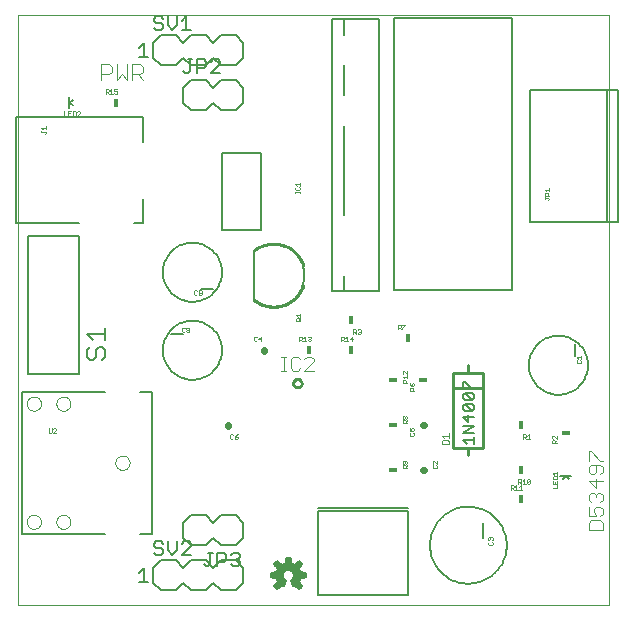
<source format=gto>
G75*
G70*
%OFA0B0*%
%FSLAX24Y24*%
%IPPOS*%
%LPD*%
%AMOC8*
5,1,8,0,0,1.08239X$1,22.5*
%
%ADD10C,0.0000*%
%ADD11C,0.0040*%
%ADD12C,0.0100*%
%ADD13C,0.0080*%
%ADD14C,0.0010*%
%ADD15C,0.0020*%
%ADD16R,0.0180X0.0300*%
%ADD17C,0.0050*%
%ADD18R,0.0300X0.0180*%
%ADD19C,0.0220*%
%ADD20C,0.0060*%
%ADD21C,0.0070*%
%ADD22C,0.0059*%
D10*
X001750Y000100D02*
X001750Y019785D01*
X021435Y019785D01*
X021435Y000100D01*
X001750Y000100D01*
X002030Y002881D02*
X002032Y002911D01*
X002038Y002941D01*
X002047Y002970D01*
X002060Y002997D01*
X002077Y003022D01*
X002096Y003045D01*
X002119Y003066D01*
X002144Y003083D01*
X002170Y003097D01*
X002199Y003107D01*
X002228Y003114D01*
X002258Y003117D01*
X002289Y003116D01*
X002319Y003111D01*
X002348Y003102D01*
X002375Y003090D01*
X002401Y003075D01*
X002425Y003056D01*
X002446Y003034D01*
X002464Y003010D01*
X002479Y002983D01*
X002490Y002955D01*
X002498Y002926D01*
X002502Y002896D01*
X002502Y002866D01*
X002498Y002836D01*
X002490Y002807D01*
X002479Y002779D01*
X002464Y002752D01*
X002446Y002728D01*
X002425Y002706D01*
X002401Y002687D01*
X002375Y002672D01*
X002348Y002660D01*
X002319Y002651D01*
X002289Y002646D01*
X002258Y002645D01*
X002228Y002648D01*
X002199Y002655D01*
X002170Y002665D01*
X002144Y002679D01*
X002119Y002696D01*
X002096Y002717D01*
X002077Y002740D01*
X002060Y002765D01*
X002047Y002792D01*
X002038Y002821D01*
X002032Y002851D01*
X002030Y002881D01*
X003014Y002881D02*
X003016Y002911D01*
X003022Y002941D01*
X003031Y002970D01*
X003044Y002997D01*
X003061Y003022D01*
X003080Y003045D01*
X003103Y003066D01*
X003128Y003083D01*
X003154Y003097D01*
X003183Y003107D01*
X003212Y003114D01*
X003242Y003117D01*
X003273Y003116D01*
X003303Y003111D01*
X003332Y003102D01*
X003359Y003090D01*
X003385Y003075D01*
X003409Y003056D01*
X003430Y003034D01*
X003448Y003010D01*
X003463Y002983D01*
X003474Y002955D01*
X003482Y002926D01*
X003486Y002896D01*
X003486Y002866D01*
X003482Y002836D01*
X003474Y002807D01*
X003463Y002779D01*
X003448Y002752D01*
X003430Y002728D01*
X003409Y002706D01*
X003385Y002687D01*
X003359Y002672D01*
X003332Y002660D01*
X003303Y002651D01*
X003273Y002646D01*
X003242Y002645D01*
X003212Y002648D01*
X003183Y002655D01*
X003154Y002665D01*
X003128Y002679D01*
X003103Y002696D01*
X003080Y002717D01*
X003061Y002740D01*
X003044Y002765D01*
X003031Y002792D01*
X003022Y002821D01*
X003016Y002851D01*
X003014Y002881D01*
X004983Y004850D02*
X004985Y004880D01*
X004991Y004910D01*
X005000Y004939D01*
X005013Y004966D01*
X005030Y004991D01*
X005049Y005014D01*
X005072Y005035D01*
X005097Y005052D01*
X005123Y005066D01*
X005152Y005076D01*
X005181Y005083D01*
X005211Y005086D01*
X005242Y005085D01*
X005272Y005080D01*
X005301Y005071D01*
X005328Y005059D01*
X005354Y005044D01*
X005378Y005025D01*
X005399Y005003D01*
X005417Y004979D01*
X005432Y004952D01*
X005443Y004924D01*
X005451Y004895D01*
X005455Y004865D01*
X005455Y004835D01*
X005451Y004805D01*
X005443Y004776D01*
X005432Y004748D01*
X005417Y004721D01*
X005399Y004697D01*
X005378Y004675D01*
X005354Y004656D01*
X005328Y004641D01*
X005301Y004629D01*
X005272Y004620D01*
X005242Y004615D01*
X005211Y004614D01*
X005181Y004617D01*
X005152Y004624D01*
X005123Y004634D01*
X005097Y004648D01*
X005072Y004665D01*
X005049Y004686D01*
X005030Y004709D01*
X005013Y004734D01*
X005000Y004761D01*
X004991Y004790D01*
X004985Y004820D01*
X004983Y004850D01*
X003014Y006819D02*
X003016Y006849D01*
X003022Y006879D01*
X003031Y006908D01*
X003044Y006935D01*
X003061Y006960D01*
X003080Y006983D01*
X003103Y007004D01*
X003128Y007021D01*
X003154Y007035D01*
X003183Y007045D01*
X003212Y007052D01*
X003242Y007055D01*
X003273Y007054D01*
X003303Y007049D01*
X003332Y007040D01*
X003359Y007028D01*
X003385Y007013D01*
X003409Y006994D01*
X003430Y006972D01*
X003448Y006948D01*
X003463Y006921D01*
X003474Y006893D01*
X003482Y006864D01*
X003486Y006834D01*
X003486Y006804D01*
X003482Y006774D01*
X003474Y006745D01*
X003463Y006717D01*
X003448Y006690D01*
X003430Y006666D01*
X003409Y006644D01*
X003385Y006625D01*
X003359Y006610D01*
X003332Y006598D01*
X003303Y006589D01*
X003273Y006584D01*
X003242Y006583D01*
X003212Y006586D01*
X003183Y006593D01*
X003154Y006603D01*
X003128Y006617D01*
X003103Y006634D01*
X003080Y006655D01*
X003061Y006678D01*
X003044Y006703D01*
X003031Y006730D01*
X003022Y006759D01*
X003016Y006789D01*
X003014Y006819D01*
X002030Y006819D02*
X002032Y006849D01*
X002038Y006879D01*
X002047Y006908D01*
X002060Y006935D01*
X002077Y006960D01*
X002096Y006983D01*
X002119Y007004D01*
X002144Y007021D01*
X002170Y007035D01*
X002199Y007045D01*
X002228Y007052D01*
X002258Y007055D01*
X002289Y007054D01*
X002319Y007049D01*
X002348Y007040D01*
X002375Y007028D01*
X002401Y007013D01*
X002425Y006994D01*
X002446Y006972D01*
X002464Y006948D01*
X002479Y006921D01*
X002490Y006893D01*
X002498Y006864D01*
X002502Y006834D01*
X002502Y006804D01*
X002498Y006774D01*
X002490Y006745D01*
X002479Y006717D01*
X002464Y006690D01*
X002446Y006666D01*
X002425Y006644D01*
X002401Y006625D01*
X002375Y006610D01*
X002348Y006598D01*
X002319Y006589D01*
X002289Y006584D01*
X002258Y006583D01*
X002228Y006586D01*
X002199Y006593D01*
X002170Y006603D01*
X002144Y006617D01*
X002119Y006634D01*
X002096Y006655D01*
X002077Y006678D01*
X002060Y006703D01*
X002047Y006730D01*
X002038Y006759D01*
X002032Y006789D01*
X002030Y006819D01*
D11*
X010520Y007920D02*
X010673Y007920D01*
X010597Y007920D02*
X010597Y008380D01*
X010673Y008380D02*
X010520Y008380D01*
X010827Y008304D02*
X010827Y007997D01*
X010904Y007920D01*
X011057Y007920D01*
X011134Y007997D01*
X011287Y007920D02*
X011594Y008227D01*
X011594Y008304D01*
X011518Y008380D01*
X011364Y008380D01*
X011287Y008304D01*
X011134Y008304D02*
X011057Y008380D01*
X010904Y008380D01*
X010827Y008304D01*
X011287Y007920D02*
X011594Y007920D01*
X020770Y005229D02*
X020770Y004922D01*
X020846Y004768D02*
X020770Y004692D01*
X020770Y004538D01*
X020846Y004462D01*
X020923Y004462D01*
X021000Y004538D01*
X021000Y004768D01*
X021153Y004768D02*
X020846Y004768D01*
X021153Y004768D02*
X021230Y004692D01*
X021230Y004538D01*
X021153Y004462D01*
X021000Y004308D02*
X021000Y004001D01*
X020770Y004231D01*
X021230Y004231D01*
X021153Y003848D02*
X021230Y003771D01*
X021230Y003618D01*
X021153Y003541D01*
X021153Y003387D02*
X021000Y003387D01*
X020923Y003311D01*
X020923Y003234D01*
X021000Y003080D01*
X020770Y003080D01*
X020770Y003387D01*
X020846Y003541D02*
X020770Y003618D01*
X020770Y003771D01*
X020846Y003848D01*
X020923Y003848D01*
X021000Y003771D01*
X021077Y003848D01*
X021153Y003848D01*
X021000Y003771D02*
X021000Y003694D01*
X021153Y003387D02*
X021230Y003311D01*
X021230Y003157D01*
X021153Y003080D01*
X021153Y002927D02*
X020846Y002927D01*
X020770Y002850D01*
X020770Y002620D01*
X021230Y002620D01*
X021230Y002850D01*
X021153Y002927D01*
X021153Y004922D02*
X021230Y004922D01*
X021153Y004922D02*
X020846Y005229D01*
X020770Y005229D01*
X005898Y017620D02*
X005725Y017793D01*
X005812Y017793D02*
X005551Y017793D01*
X005551Y017620D02*
X005551Y018140D01*
X005812Y018140D01*
X005898Y018054D01*
X005898Y017880D01*
X005812Y017793D01*
X005383Y017620D02*
X005383Y018140D01*
X005036Y018140D02*
X005036Y017620D01*
X005209Y017793D01*
X005383Y017620D01*
X004867Y017880D02*
X004867Y018054D01*
X004780Y018140D01*
X004520Y018140D01*
X004520Y017620D01*
X004520Y017793D02*
X004780Y017793D01*
X004867Y017880D01*
D12*
X010909Y007500D02*
X010911Y007523D01*
X010917Y007546D01*
X010926Y007567D01*
X010939Y007587D01*
X010955Y007604D01*
X010973Y007618D01*
X010993Y007629D01*
X011015Y007637D01*
X011038Y007641D01*
X011062Y007641D01*
X011085Y007637D01*
X011107Y007629D01*
X011127Y007618D01*
X011145Y007604D01*
X011161Y007587D01*
X011174Y007567D01*
X011183Y007546D01*
X011189Y007523D01*
X011191Y007500D01*
X011189Y007477D01*
X011183Y007454D01*
X011174Y007433D01*
X011161Y007413D01*
X011145Y007396D01*
X011127Y007382D01*
X011107Y007371D01*
X011085Y007363D01*
X011062Y007359D01*
X011038Y007359D01*
X011015Y007363D01*
X010993Y007371D01*
X010973Y007382D01*
X010955Y007396D01*
X010939Y007413D01*
X010926Y007433D01*
X010917Y007454D01*
X010911Y007477D01*
X010909Y007500D01*
X016250Y007350D02*
X016250Y005350D01*
X016750Y005350D01*
X016750Y005100D01*
X016750Y005350D02*
X017250Y005350D01*
X017250Y007350D01*
X016250Y007350D01*
X016250Y007850D01*
X016750Y007850D01*
X016750Y008100D01*
X016750Y007850D02*
X017250Y007850D01*
X017250Y007350D01*
D13*
X018766Y008100D02*
X018768Y008162D01*
X018774Y008225D01*
X018784Y008286D01*
X018798Y008347D01*
X018815Y008407D01*
X018836Y008466D01*
X018862Y008523D01*
X018890Y008578D01*
X018922Y008632D01*
X018958Y008683D01*
X018996Y008733D01*
X019038Y008779D01*
X019082Y008823D01*
X019130Y008864D01*
X019179Y008902D01*
X019231Y008936D01*
X019285Y008967D01*
X019341Y008995D01*
X019399Y009019D01*
X019458Y009040D01*
X019518Y009056D01*
X019579Y009069D01*
X019641Y009078D01*
X019703Y009083D01*
X019766Y009084D01*
X019828Y009081D01*
X019890Y009074D01*
X019952Y009063D01*
X020012Y009048D01*
X020072Y009030D01*
X020130Y009008D01*
X020187Y008982D01*
X020242Y008952D01*
X020295Y008919D01*
X020346Y008883D01*
X020394Y008844D01*
X020440Y008801D01*
X020483Y008756D01*
X020523Y008708D01*
X020560Y008658D01*
X020594Y008605D01*
X020625Y008551D01*
X020651Y008495D01*
X020675Y008437D01*
X020694Y008377D01*
X020710Y008317D01*
X020722Y008255D01*
X020730Y008194D01*
X020734Y008131D01*
X020734Y008069D01*
X020730Y008006D01*
X020722Y007945D01*
X020710Y007883D01*
X020694Y007823D01*
X020675Y007763D01*
X020651Y007705D01*
X020625Y007649D01*
X020594Y007595D01*
X020560Y007542D01*
X020523Y007492D01*
X020483Y007444D01*
X020440Y007399D01*
X020394Y007356D01*
X020346Y007317D01*
X020295Y007281D01*
X020242Y007248D01*
X020187Y007218D01*
X020130Y007192D01*
X020072Y007170D01*
X020012Y007152D01*
X019952Y007137D01*
X019890Y007126D01*
X019828Y007119D01*
X019766Y007116D01*
X019703Y007117D01*
X019641Y007122D01*
X019579Y007131D01*
X019518Y007144D01*
X019458Y007160D01*
X019399Y007181D01*
X019341Y007205D01*
X019285Y007233D01*
X019231Y007264D01*
X019179Y007298D01*
X019130Y007336D01*
X019082Y007377D01*
X019038Y007421D01*
X018996Y007467D01*
X018958Y007517D01*
X018922Y007568D01*
X018890Y007622D01*
X018862Y007677D01*
X018836Y007734D01*
X018815Y007793D01*
X018798Y007853D01*
X018784Y007914D01*
X018774Y007975D01*
X018768Y008038D01*
X018766Y008100D01*
X020300Y008400D02*
X020300Y008800D01*
X021356Y012880D02*
X018796Y012880D01*
X018796Y017289D01*
X021356Y017289D01*
X021356Y012880D01*
X021749Y012880D01*
X021749Y017289D01*
X021356Y017289D01*
X013787Y019628D02*
X013787Y010572D01*
X012606Y010572D01*
X012606Y011084D01*
X012606Y010572D02*
X012213Y010572D01*
X012213Y019628D01*
X012606Y019628D01*
X012606Y019116D01*
X012606Y019628D02*
X013787Y019628D01*
X012606Y018092D02*
X012606Y017108D01*
X012606Y016084D02*
X012606Y013092D01*
X011250Y010850D02*
X011234Y010789D01*
X011216Y010729D01*
X011194Y010671D01*
X011169Y010613D01*
X011141Y010557D01*
X011110Y010502D01*
X011076Y010450D01*
X011039Y010399D01*
X011000Y010350D01*
X011250Y010850D02*
X011262Y010916D01*
X011271Y010982D01*
X011276Y011048D01*
X011277Y011115D01*
X011274Y011182D01*
X011267Y011248D01*
X011257Y011314D01*
X011243Y011379D01*
X011225Y011444D01*
X011203Y011507D01*
X011177Y011569D01*
X011149Y011629D01*
X011116Y011687D01*
X011081Y011744D01*
X011042Y011798D01*
X011000Y011850D01*
X011250Y011350D02*
X011262Y011288D01*
X011270Y011226D01*
X011275Y011163D01*
X011277Y011100D01*
X011275Y011037D01*
X011270Y010974D01*
X011262Y010912D01*
X011250Y010850D01*
X009600Y010275D02*
X009600Y011925D01*
X009850Y012610D02*
X009850Y015190D01*
X008550Y015190D01*
X008550Y012610D01*
X009850Y012610D01*
X008250Y010650D02*
X007850Y010650D01*
X006566Y011200D02*
X006568Y011262D01*
X006574Y011325D01*
X006584Y011386D01*
X006598Y011447D01*
X006615Y011507D01*
X006636Y011566D01*
X006662Y011623D01*
X006690Y011678D01*
X006722Y011732D01*
X006758Y011783D01*
X006796Y011833D01*
X006838Y011879D01*
X006882Y011923D01*
X006930Y011964D01*
X006979Y012002D01*
X007031Y012036D01*
X007085Y012067D01*
X007141Y012095D01*
X007199Y012119D01*
X007258Y012140D01*
X007318Y012156D01*
X007379Y012169D01*
X007441Y012178D01*
X007503Y012183D01*
X007566Y012184D01*
X007628Y012181D01*
X007690Y012174D01*
X007752Y012163D01*
X007812Y012148D01*
X007872Y012130D01*
X007930Y012108D01*
X007987Y012082D01*
X008042Y012052D01*
X008095Y012019D01*
X008146Y011983D01*
X008194Y011944D01*
X008240Y011901D01*
X008283Y011856D01*
X008323Y011808D01*
X008360Y011758D01*
X008394Y011705D01*
X008425Y011651D01*
X008451Y011595D01*
X008475Y011537D01*
X008494Y011477D01*
X008510Y011417D01*
X008522Y011355D01*
X008530Y011294D01*
X008534Y011231D01*
X008534Y011169D01*
X008530Y011106D01*
X008522Y011045D01*
X008510Y010983D01*
X008494Y010923D01*
X008475Y010863D01*
X008451Y010805D01*
X008425Y010749D01*
X008394Y010695D01*
X008360Y010642D01*
X008323Y010592D01*
X008283Y010544D01*
X008240Y010499D01*
X008194Y010456D01*
X008146Y010417D01*
X008095Y010381D01*
X008042Y010348D01*
X007987Y010318D01*
X007930Y010292D01*
X007872Y010270D01*
X007812Y010252D01*
X007752Y010237D01*
X007690Y010226D01*
X007628Y010219D01*
X007566Y010216D01*
X007503Y010217D01*
X007441Y010222D01*
X007379Y010231D01*
X007318Y010244D01*
X007258Y010260D01*
X007199Y010281D01*
X007141Y010305D01*
X007085Y010333D01*
X007031Y010364D01*
X006979Y010398D01*
X006930Y010436D01*
X006882Y010477D01*
X006838Y010521D01*
X006796Y010567D01*
X006758Y010617D01*
X006722Y010668D01*
X006690Y010722D01*
X006662Y010777D01*
X006636Y010834D01*
X006615Y010893D01*
X006598Y010953D01*
X006584Y011014D01*
X006574Y011075D01*
X006568Y011138D01*
X006566Y011200D01*
X005894Y012828D02*
X005618Y012828D01*
X005894Y012828D02*
X005894Y013655D01*
X005894Y015545D02*
X005894Y016372D01*
X001681Y016372D01*
X001681Y012828D01*
X003768Y012828D01*
X003772Y012399D02*
X002059Y012399D01*
X002059Y007820D01*
X003772Y007820D01*
X003772Y012399D01*
X006850Y009150D02*
X007250Y009150D01*
X006566Y008600D02*
X006568Y008662D01*
X006574Y008725D01*
X006584Y008786D01*
X006598Y008847D01*
X006615Y008907D01*
X006636Y008966D01*
X006662Y009023D01*
X006690Y009078D01*
X006722Y009132D01*
X006758Y009183D01*
X006796Y009233D01*
X006838Y009279D01*
X006882Y009323D01*
X006930Y009364D01*
X006979Y009402D01*
X007031Y009436D01*
X007085Y009467D01*
X007141Y009495D01*
X007199Y009519D01*
X007258Y009540D01*
X007318Y009556D01*
X007379Y009569D01*
X007441Y009578D01*
X007503Y009583D01*
X007566Y009584D01*
X007628Y009581D01*
X007690Y009574D01*
X007752Y009563D01*
X007812Y009548D01*
X007872Y009530D01*
X007930Y009508D01*
X007987Y009482D01*
X008042Y009452D01*
X008095Y009419D01*
X008146Y009383D01*
X008194Y009344D01*
X008240Y009301D01*
X008283Y009256D01*
X008323Y009208D01*
X008360Y009158D01*
X008394Y009105D01*
X008425Y009051D01*
X008451Y008995D01*
X008475Y008937D01*
X008494Y008877D01*
X008510Y008817D01*
X008522Y008755D01*
X008530Y008694D01*
X008534Y008631D01*
X008534Y008569D01*
X008530Y008506D01*
X008522Y008445D01*
X008510Y008383D01*
X008494Y008323D01*
X008475Y008263D01*
X008451Y008205D01*
X008425Y008149D01*
X008394Y008095D01*
X008360Y008042D01*
X008323Y007992D01*
X008283Y007944D01*
X008240Y007899D01*
X008194Y007856D01*
X008146Y007817D01*
X008095Y007781D01*
X008042Y007748D01*
X007987Y007718D01*
X007930Y007692D01*
X007872Y007670D01*
X007812Y007652D01*
X007752Y007637D01*
X007690Y007626D01*
X007628Y007619D01*
X007566Y007616D01*
X007503Y007617D01*
X007441Y007622D01*
X007379Y007631D01*
X007318Y007644D01*
X007258Y007660D01*
X007199Y007681D01*
X007141Y007705D01*
X007085Y007733D01*
X007031Y007764D01*
X006979Y007798D01*
X006930Y007836D01*
X006882Y007877D01*
X006838Y007921D01*
X006796Y007967D01*
X006758Y008017D01*
X006722Y008068D01*
X006690Y008122D01*
X006662Y008177D01*
X006636Y008234D01*
X006615Y008293D01*
X006598Y008353D01*
X006584Y008414D01*
X006574Y008475D01*
X006568Y008538D01*
X006566Y008600D01*
X006203Y007212D02*
X005809Y007212D01*
X006203Y007212D02*
X006203Y002488D01*
X005809Y002488D01*
X004628Y002488D02*
X001872Y002488D01*
X001872Y007212D01*
X004628Y007212D01*
X007500Y003100D02*
X008000Y003100D01*
X008250Y002850D01*
X008500Y003100D01*
X009000Y003100D01*
X009250Y002850D01*
X009250Y002350D01*
X009000Y002100D01*
X008500Y002100D01*
X008250Y002350D01*
X008000Y002100D01*
X007500Y002100D01*
X007250Y002350D01*
X007250Y002850D01*
X007500Y003100D01*
X015470Y002100D02*
X015472Y002171D01*
X015478Y002242D01*
X015488Y002313D01*
X015502Y002382D01*
X015519Y002451D01*
X015541Y002519D01*
X015566Y002586D01*
X015595Y002651D01*
X015627Y002714D01*
X015663Y002776D01*
X015702Y002835D01*
X015745Y002892D01*
X015790Y002947D01*
X015839Y002999D01*
X015890Y003048D01*
X015944Y003094D01*
X016001Y003138D01*
X016059Y003178D01*
X016120Y003214D01*
X016183Y003248D01*
X016248Y003277D01*
X016314Y003303D01*
X016382Y003326D01*
X016450Y003344D01*
X016520Y003359D01*
X016590Y003370D01*
X016661Y003377D01*
X016732Y003380D01*
X016803Y003379D01*
X016874Y003374D01*
X016945Y003365D01*
X017015Y003352D01*
X017084Y003336D01*
X017152Y003315D01*
X017219Y003291D01*
X017285Y003263D01*
X017348Y003231D01*
X017410Y003196D01*
X017470Y003158D01*
X017528Y003116D01*
X017583Y003072D01*
X017636Y003024D01*
X017686Y002973D01*
X017733Y002920D01*
X017777Y002864D01*
X017818Y002806D01*
X017856Y002745D01*
X017890Y002683D01*
X017920Y002618D01*
X017947Y002553D01*
X017971Y002485D01*
X017990Y002417D01*
X018006Y002348D01*
X018018Y002277D01*
X018026Y002207D01*
X018030Y002136D01*
X018030Y002064D01*
X018026Y001993D01*
X018018Y001923D01*
X018006Y001852D01*
X017990Y001783D01*
X017971Y001715D01*
X017947Y001647D01*
X017920Y001582D01*
X017890Y001517D01*
X017856Y001455D01*
X017818Y001394D01*
X017777Y001336D01*
X017733Y001280D01*
X017686Y001227D01*
X017636Y001176D01*
X017583Y001128D01*
X017528Y001084D01*
X017470Y001042D01*
X017410Y001004D01*
X017348Y000969D01*
X017285Y000937D01*
X017219Y000909D01*
X017152Y000885D01*
X017084Y000864D01*
X017015Y000848D01*
X016945Y000835D01*
X016874Y000826D01*
X016803Y000821D01*
X016732Y000820D01*
X016661Y000823D01*
X016590Y000830D01*
X016520Y000841D01*
X016450Y000856D01*
X016382Y000874D01*
X016314Y000897D01*
X016248Y000923D01*
X016183Y000952D01*
X016120Y000986D01*
X016059Y001022D01*
X016001Y001062D01*
X015944Y001106D01*
X015890Y001152D01*
X015839Y001201D01*
X015790Y001253D01*
X015745Y001308D01*
X015702Y001365D01*
X015663Y001424D01*
X015627Y001486D01*
X015595Y001549D01*
X015566Y001614D01*
X015541Y001681D01*
X015519Y001749D01*
X015502Y001818D01*
X015488Y001887D01*
X015478Y001958D01*
X015472Y002029D01*
X015470Y002100D01*
X017250Y002350D02*
X017250Y002850D01*
X019819Y004417D02*
X020000Y004417D01*
X020092Y004295D01*
X020181Y004417D02*
X020000Y004417D01*
X019990Y004411D02*
X019914Y004295D01*
X009000Y016600D02*
X008500Y016600D01*
X008250Y016850D01*
X008000Y016600D01*
X007500Y016600D01*
X007250Y016850D01*
X007250Y017350D01*
X007500Y017600D01*
X008000Y017600D01*
X008250Y017350D01*
X008500Y017600D01*
X009000Y017600D01*
X009250Y017350D01*
X009250Y016850D01*
X009000Y016600D01*
X003555Y016764D02*
X003439Y016840D01*
X003433Y016850D02*
X003555Y016942D01*
X003433Y017031D02*
X003433Y016850D01*
X003433Y016669D01*
D14*
X003413Y016570D02*
X003413Y016420D01*
X003513Y016420D01*
X003560Y016420D02*
X003635Y016420D01*
X003660Y016445D01*
X003660Y016545D01*
X003635Y016570D01*
X003560Y016570D01*
X003560Y016420D01*
X003463Y016495D02*
X003413Y016495D01*
X003413Y016570D02*
X003513Y016570D01*
X003708Y016545D02*
X003733Y016570D01*
X003783Y016570D01*
X003808Y016545D01*
X003808Y016520D01*
X003708Y016420D01*
X003808Y016420D01*
X003366Y016420D02*
X003266Y016420D01*
X003266Y016570D01*
X002655Y016058D02*
X002655Y015958D01*
X002655Y016008D02*
X002505Y016008D01*
X002555Y015958D01*
X002505Y015910D02*
X002505Y015860D01*
X002505Y015885D02*
X002630Y015885D01*
X002655Y015860D01*
X002655Y015835D01*
X002630Y015810D01*
X004655Y017155D02*
X004655Y017305D01*
X004730Y017305D01*
X004755Y017280D01*
X004755Y017230D01*
X004730Y017205D01*
X004655Y017205D01*
X004705Y017205D02*
X004755Y017155D01*
X004802Y017155D02*
X004902Y017155D01*
X004852Y017155D02*
X004852Y017305D01*
X004802Y017255D01*
X004950Y017230D02*
X005000Y017255D01*
X005025Y017255D01*
X005050Y017230D01*
X005050Y017180D01*
X005025Y017155D01*
X004975Y017155D01*
X004950Y017180D01*
X004950Y017230D02*
X004950Y017305D01*
X005050Y017305D01*
X010980Y014133D02*
X011130Y014133D01*
X011130Y014083D02*
X011130Y014183D01*
X011030Y014083D02*
X010980Y014133D01*
X011005Y014035D02*
X010980Y014010D01*
X010980Y013960D01*
X011005Y013935D01*
X011105Y013935D01*
X011130Y013960D01*
X011130Y014010D01*
X011105Y014035D01*
X011130Y013887D02*
X011130Y013837D01*
X011130Y013862D02*
X010980Y013862D01*
X010980Y013837D02*
X010980Y013887D01*
X011285Y011424D02*
X011218Y011404D01*
X011198Y011462D01*
X011175Y011518D01*
X011148Y011573D01*
X011118Y011626D01*
X011084Y011678D01*
X011048Y011727D01*
X011009Y011774D01*
X010967Y011818D01*
X010922Y011860D01*
X010875Y011900D01*
X010826Y011936D01*
X010775Y011969D01*
X010721Y011999D01*
X010666Y012026D01*
X010610Y012049D01*
X010552Y012069D01*
X010493Y012085D01*
X010433Y012098D01*
X010373Y012108D01*
X010312Y012113D01*
X010251Y012115D01*
X010189Y012113D01*
X010128Y012108D01*
X010068Y012099D01*
X010008Y012086D01*
X009949Y012069D01*
X009891Y012050D01*
X009835Y012026D01*
X009780Y011999D01*
X009726Y011970D01*
X009675Y011936D01*
X009626Y011900D01*
X009583Y011955D01*
X009582Y011955D01*
X009635Y011994D01*
X009690Y012029D01*
X009747Y012061D01*
X009806Y012090D01*
X009866Y012115D01*
X009928Y012136D01*
X009991Y012154D01*
X010055Y012167D01*
X010120Y012177D01*
X010185Y012183D01*
X010251Y012185D01*
X010316Y012183D01*
X010381Y012177D01*
X010446Y012167D01*
X010510Y012153D01*
X010573Y012136D01*
X010635Y012115D01*
X010695Y012090D01*
X010754Y012061D01*
X010811Y012029D01*
X010866Y011993D01*
X010919Y011955D01*
X010969Y011913D01*
X011016Y011868D01*
X011061Y011820D01*
X011103Y011770D01*
X011142Y011717D01*
X011178Y011663D01*
X011210Y011606D01*
X011239Y011547D01*
X011264Y011486D01*
X011285Y011425D01*
X011277Y011422D01*
X011255Y011483D01*
X011230Y011543D01*
X011202Y011601D01*
X011170Y011658D01*
X011135Y011712D01*
X011096Y011765D01*
X011055Y011814D01*
X011010Y011862D01*
X010963Y011906D01*
X010913Y011947D01*
X010861Y011986D01*
X010806Y012021D01*
X010750Y012053D01*
X010691Y012081D01*
X010631Y012106D01*
X010570Y012127D01*
X010508Y012145D01*
X010444Y012158D01*
X010380Y012168D01*
X010315Y012174D01*
X010251Y012176D01*
X010186Y012174D01*
X010121Y012168D01*
X010057Y012159D01*
X009993Y012145D01*
X009931Y012128D01*
X009870Y012107D01*
X009810Y012082D01*
X009751Y012053D01*
X009695Y012022D01*
X009640Y011987D01*
X009588Y011948D01*
X009593Y011941D01*
X009645Y011979D01*
X009699Y012014D01*
X009755Y012045D01*
X009813Y012074D01*
X009873Y012098D01*
X009934Y012119D01*
X009996Y012136D01*
X010059Y012150D01*
X010122Y012159D01*
X010186Y012165D01*
X010251Y012167D01*
X010315Y012165D01*
X010379Y012159D01*
X010442Y012149D01*
X010505Y012136D01*
X010567Y012119D01*
X010628Y012098D01*
X010688Y012073D01*
X010745Y012045D01*
X010802Y012013D01*
X010856Y011979D01*
X010907Y011940D01*
X010957Y011899D01*
X011004Y011855D01*
X011048Y011808D01*
X011089Y011759D01*
X011127Y011707D01*
X011162Y011653D01*
X011194Y011597D01*
X011222Y011540D01*
X011247Y011480D01*
X011268Y011419D01*
X011259Y011417D01*
X011239Y011477D01*
X011214Y011536D01*
X011186Y011593D01*
X011155Y011649D01*
X011120Y011702D01*
X011082Y011754D01*
X011041Y011802D01*
X010997Y011849D01*
X010951Y011893D01*
X010902Y011933D01*
X010850Y011971D01*
X010797Y012006D01*
X010741Y012037D01*
X010684Y012065D01*
X010625Y012089D01*
X010565Y012110D01*
X010503Y012127D01*
X010441Y012141D01*
X010378Y012150D01*
X010314Y012156D01*
X010251Y012158D01*
X010187Y012156D01*
X010123Y012150D01*
X010060Y012141D01*
X009998Y012128D01*
X009936Y012110D01*
X009876Y012090D01*
X009817Y012065D01*
X009760Y012038D01*
X009704Y012006D01*
X009650Y011972D01*
X009599Y011934D01*
X009605Y011927D01*
X009656Y011964D01*
X009709Y011999D01*
X009764Y012030D01*
X009821Y012057D01*
X009879Y012081D01*
X009939Y012102D01*
X010000Y012119D01*
X010062Y012132D01*
X010124Y012141D01*
X010187Y012147D01*
X010251Y012149D01*
X010314Y012147D01*
X010377Y012141D01*
X010439Y012132D01*
X010501Y012119D01*
X010562Y012102D01*
X010622Y012081D01*
X010680Y012057D01*
X010737Y012029D01*
X010792Y011998D01*
X010845Y011964D01*
X010896Y011926D01*
X010945Y011886D01*
X010991Y011843D01*
X011034Y011797D01*
X011075Y011748D01*
X011112Y011697D01*
X011147Y011644D01*
X011178Y011589D01*
X011206Y011532D01*
X011230Y011474D01*
X011251Y011414D01*
X011242Y011411D01*
X011222Y011471D01*
X011198Y011528D01*
X011170Y011585D01*
X011139Y011639D01*
X011105Y011692D01*
X011068Y011742D01*
X011028Y011791D01*
X010985Y011836D01*
X010939Y011879D01*
X010891Y011919D01*
X010840Y011956D01*
X010788Y011990D01*
X010733Y012021D01*
X010677Y012049D01*
X010619Y012072D01*
X010559Y012093D01*
X010499Y012110D01*
X010438Y012123D01*
X010376Y012132D01*
X010313Y012138D01*
X010251Y012140D01*
X010188Y012138D01*
X010125Y012133D01*
X010063Y012123D01*
X010002Y012110D01*
X009942Y012093D01*
X009882Y012073D01*
X009824Y012049D01*
X009768Y012022D01*
X009713Y011991D01*
X009661Y011957D01*
X009610Y011920D01*
X009616Y011913D01*
X009666Y011950D01*
X009718Y011983D01*
X009772Y012014D01*
X009828Y012041D01*
X009886Y012064D01*
X009944Y012085D01*
X010004Y012101D01*
X010065Y012114D01*
X010127Y012124D01*
X010188Y012129D01*
X010251Y012131D01*
X010313Y012129D01*
X010375Y012123D01*
X010436Y012114D01*
X010497Y012101D01*
X010557Y012084D01*
X010615Y012064D01*
X010673Y012040D01*
X010729Y012013D01*
X010783Y011983D01*
X010835Y011949D01*
X010885Y011912D01*
X010933Y011872D01*
X010978Y011830D01*
X011021Y011785D01*
X011061Y011737D01*
X011098Y011687D01*
X011131Y011635D01*
X011162Y011581D01*
X011189Y011525D01*
X011213Y011467D01*
X011234Y011409D01*
X011225Y011406D01*
X011205Y011464D01*
X011181Y011521D01*
X011154Y011576D01*
X011124Y011630D01*
X011090Y011682D01*
X011054Y011731D01*
X011014Y011779D01*
X010972Y011823D01*
X010927Y011866D01*
X010880Y011905D01*
X010830Y011941D01*
X010778Y011975D01*
X010725Y012005D01*
X010669Y012032D01*
X010612Y012056D01*
X010554Y012076D01*
X010495Y012092D01*
X010434Y012105D01*
X010374Y012115D01*
X010312Y012120D01*
X010251Y012122D01*
X010189Y012120D01*
X010128Y012115D01*
X010067Y012105D01*
X010006Y012093D01*
X009947Y012076D01*
X009889Y012056D01*
X009832Y012033D01*
X009776Y012006D01*
X009723Y011976D01*
X009671Y011942D01*
X009621Y011906D01*
X009583Y010245D02*
X009626Y010300D01*
X009675Y010264D01*
X009726Y010230D01*
X009780Y010201D01*
X009835Y010174D01*
X009891Y010150D01*
X009949Y010131D01*
X010008Y010114D01*
X010068Y010101D01*
X010128Y010092D01*
X010189Y010087D01*
X010251Y010085D01*
X010312Y010087D01*
X010373Y010092D01*
X010433Y010102D01*
X010493Y010115D01*
X010552Y010131D01*
X010610Y010151D01*
X010666Y010174D01*
X010721Y010201D01*
X010775Y010231D01*
X010826Y010264D01*
X010875Y010300D01*
X010922Y010340D01*
X010967Y010381D01*
X011009Y010426D01*
X011048Y010473D01*
X011084Y010522D01*
X011118Y010573D01*
X011148Y010627D01*
X011175Y010682D01*
X011198Y010738D01*
X011218Y010796D01*
X011285Y010776D01*
X011285Y010775D01*
X011264Y010714D01*
X011239Y010653D01*
X011210Y010594D01*
X011178Y010537D01*
X011142Y010483D01*
X011103Y010430D01*
X011061Y010380D01*
X011016Y010332D01*
X010969Y010287D01*
X010919Y010245D01*
X010866Y010207D01*
X010811Y010171D01*
X010754Y010139D01*
X010695Y010110D01*
X010635Y010085D01*
X010573Y010064D01*
X010510Y010047D01*
X010446Y010033D01*
X010381Y010023D01*
X010316Y010017D01*
X010250Y010015D01*
X010185Y010017D01*
X010120Y010023D01*
X010055Y010033D01*
X009991Y010046D01*
X009928Y010064D01*
X009866Y010085D01*
X009806Y010110D01*
X009747Y010139D01*
X009690Y010171D01*
X009635Y010206D01*
X009582Y010245D01*
X009588Y010252D01*
X009640Y010214D01*
X009695Y010178D01*
X009751Y010147D01*
X009810Y010118D01*
X009870Y010093D01*
X009931Y010072D01*
X009993Y010055D01*
X010057Y010041D01*
X010121Y010032D01*
X010186Y010026D01*
X010251Y010024D01*
X010315Y010026D01*
X010380Y010032D01*
X010444Y010042D01*
X010508Y010055D01*
X010570Y010073D01*
X010631Y010094D01*
X010691Y010119D01*
X010750Y010147D01*
X010806Y010179D01*
X010861Y010214D01*
X010913Y010252D01*
X010963Y010294D01*
X011010Y010338D01*
X011055Y010386D01*
X011096Y010435D01*
X011135Y010488D01*
X011170Y010542D01*
X011202Y010599D01*
X011230Y010657D01*
X011255Y010717D01*
X011277Y010778D01*
X011268Y010781D01*
X011247Y010720D01*
X011222Y010660D01*
X011194Y010603D01*
X011162Y010547D01*
X011127Y010493D01*
X011089Y010441D01*
X011048Y010392D01*
X011004Y010345D01*
X010957Y010301D01*
X010907Y010260D01*
X010856Y010221D01*
X010802Y010187D01*
X010745Y010155D01*
X010688Y010127D01*
X010628Y010102D01*
X010567Y010081D01*
X010505Y010064D01*
X010442Y010051D01*
X010379Y010041D01*
X010315Y010035D01*
X010251Y010033D01*
X010186Y010035D01*
X010122Y010041D01*
X010059Y010050D01*
X009996Y010064D01*
X009934Y010081D01*
X009873Y010102D01*
X009813Y010126D01*
X009755Y010155D01*
X009699Y010186D01*
X009645Y010221D01*
X009593Y010259D01*
X009599Y010266D01*
X009650Y010228D01*
X009704Y010194D01*
X009760Y010162D01*
X009817Y010135D01*
X009876Y010110D01*
X009936Y010090D01*
X009998Y010073D01*
X010060Y010059D01*
X010123Y010050D01*
X010187Y010044D01*
X010251Y010042D01*
X010314Y010044D01*
X010378Y010050D01*
X010441Y010059D01*
X010503Y010073D01*
X010565Y010090D01*
X010625Y010111D01*
X010684Y010135D01*
X010741Y010163D01*
X010797Y010194D01*
X010850Y010229D01*
X010902Y010267D01*
X010951Y010307D01*
X010997Y010351D01*
X011041Y010398D01*
X011082Y010446D01*
X011120Y010498D01*
X011155Y010551D01*
X011186Y010607D01*
X011214Y010664D01*
X011239Y010723D01*
X011259Y010783D01*
X011251Y010786D01*
X011230Y010726D01*
X011206Y010668D01*
X011178Y010611D01*
X011147Y010556D01*
X011112Y010503D01*
X011075Y010452D01*
X011034Y010403D01*
X010991Y010357D01*
X010945Y010314D01*
X010896Y010274D01*
X010845Y010236D01*
X010792Y010202D01*
X010737Y010171D01*
X010680Y010143D01*
X010622Y010119D01*
X010562Y010098D01*
X010501Y010081D01*
X010439Y010068D01*
X010377Y010059D01*
X010314Y010053D01*
X010251Y010051D01*
X010187Y010053D01*
X010124Y010059D01*
X010062Y010068D01*
X010000Y010081D01*
X009939Y010098D01*
X009879Y010119D01*
X009821Y010143D01*
X009764Y010170D01*
X009709Y010201D01*
X009656Y010236D01*
X009605Y010273D01*
X009610Y010280D01*
X009661Y010243D01*
X009713Y010209D01*
X009768Y010178D01*
X009824Y010151D01*
X009882Y010127D01*
X009942Y010107D01*
X010002Y010090D01*
X010063Y010077D01*
X010125Y010067D01*
X010188Y010062D01*
X010251Y010060D01*
X010313Y010062D01*
X010376Y010068D01*
X010438Y010077D01*
X010499Y010090D01*
X010559Y010107D01*
X010619Y010128D01*
X010677Y010151D01*
X010733Y010179D01*
X010788Y010210D01*
X010840Y010244D01*
X010891Y010281D01*
X010939Y010321D01*
X010985Y010364D01*
X011028Y010409D01*
X011068Y010458D01*
X011105Y010508D01*
X011139Y010561D01*
X011170Y010615D01*
X011198Y010671D01*
X011222Y010729D01*
X011242Y010789D01*
X011234Y010791D01*
X011213Y010733D01*
X011189Y010675D01*
X011162Y010619D01*
X011131Y010565D01*
X011098Y010513D01*
X011061Y010463D01*
X011021Y010415D01*
X010978Y010370D01*
X010933Y010328D01*
X010885Y010288D01*
X010835Y010251D01*
X010783Y010217D01*
X010729Y010187D01*
X010673Y010160D01*
X010615Y010136D01*
X010557Y010116D01*
X010497Y010099D01*
X010436Y010086D01*
X010375Y010077D01*
X010313Y010071D01*
X010251Y010069D01*
X010188Y010071D01*
X010127Y010076D01*
X010065Y010086D01*
X010004Y010099D01*
X009944Y010115D01*
X009886Y010136D01*
X009828Y010159D01*
X009772Y010186D01*
X009718Y010217D01*
X009666Y010250D01*
X009616Y010287D01*
X009621Y010294D01*
X009671Y010258D01*
X009723Y010225D01*
X009776Y010194D01*
X009832Y010167D01*
X009889Y010144D01*
X009947Y010124D01*
X010006Y010107D01*
X010067Y010095D01*
X010128Y010085D01*
X010189Y010080D01*
X010251Y010078D01*
X010312Y010080D01*
X010373Y010085D01*
X010434Y010095D01*
X010495Y010108D01*
X010554Y010124D01*
X010612Y010144D01*
X010669Y010168D01*
X010725Y010195D01*
X010778Y010225D01*
X010830Y010258D01*
X010880Y010295D01*
X010927Y010334D01*
X010972Y010377D01*
X011014Y010421D01*
X011054Y010469D01*
X011090Y010518D01*
X011124Y010570D01*
X011154Y010624D01*
X011181Y010679D01*
X011205Y010736D01*
X011225Y010794D01*
X012910Y009295D02*
X012985Y009295D01*
X013010Y009270D01*
X013010Y009220D01*
X012985Y009195D01*
X012910Y009195D01*
X012910Y009145D02*
X012910Y009295D01*
X012960Y009195D02*
X013010Y009145D01*
X013058Y009170D02*
X013083Y009145D01*
X013133Y009145D01*
X013158Y009170D01*
X013158Y009195D01*
X013133Y009220D01*
X013108Y009220D01*
X013133Y009220D02*
X013158Y009245D01*
X013158Y009270D01*
X013133Y009295D01*
X013083Y009295D01*
X013058Y009270D01*
X012875Y009055D02*
X012800Y008980D01*
X012900Y008980D01*
X012875Y008905D02*
X012875Y009055D01*
X012702Y009055D02*
X012702Y008905D01*
X012652Y008905D02*
X012752Y008905D01*
X012652Y009005D02*
X012702Y009055D01*
X012605Y009030D02*
X012605Y008980D01*
X012580Y008955D01*
X012505Y008955D01*
X012505Y008905D02*
X012505Y009055D01*
X012580Y009055D01*
X012605Y009030D01*
X012555Y008955D02*
X012605Y008905D01*
X011500Y008930D02*
X011475Y008905D01*
X011425Y008905D01*
X011400Y008930D01*
X011352Y008905D02*
X011252Y008905D01*
X011205Y008905D02*
X011155Y008955D01*
X011180Y008955D02*
X011105Y008955D01*
X011105Y008905D02*
X011105Y009055D01*
X011180Y009055D01*
X011205Y009030D01*
X011205Y008980D01*
X011180Y008955D01*
X011252Y009005D02*
X011302Y009055D01*
X011302Y008905D01*
X011400Y009030D02*
X011425Y009055D01*
X011475Y009055D01*
X011500Y009030D01*
X011500Y009005D01*
X011475Y008980D01*
X011500Y008955D01*
X011500Y008930D01*
X011475Y008980D02*
X011450Y008980D01*
X009852Y008980D02*
X009752Y008980D01*
X009827Y009055D01*
X009827Y008905D01*
X009705Y008930D02*
X009680Y008905D01*
X009630Y008905D01*
X009605Y008930D01*
X009605Y009030D01*
X009630Y009055D01*
X009680Y009055D01*
X009705Y009030D01*
X007858Y010470D02*
X007833Y010445D01*
X007783Y010445D01*
X007758Y010470D01*
X007758Y010495D01*
X007783Y010520D01*
X007833Y010520D01*
X007858Y010495D01*
X007858Y010470D01*
X007833Y010520D02*
X007858Y010545D01*
X007858Y010570D01*
X007833Y010595D01*
X007783Y010595D01*
X007758Y010570D01*
X007758Y010545D01*
X007783Y010520D01*
X007710Y010470D02*
X007685Y010445D01*
X007635Y010445D01*
X007610Y010470D01*
X007610Y010570D01*
X007635Y010595D01*
X007685Y010595D01*
X007710Y010570D01*
X007427Y009355D02*
X007377Y009355D01*
X007352Y009330D01*
X007352Y009305D01*
X007377Y009280D01*
X007452Y009280D01*
X007452Y009230D02*
X007452Y009330D01*
X007427Y009355D01*
X007305Y009330D02*
X007280Y009355D01*
X007230Y009355D01*
X007205Y009330D01*
X007205Y009230D01*
X007230Y009205D01*
X007280Y009205D01*
X007305Y009230D01*
X007352Y009230D02*
X007377Y009205D01*
X007427Y009205D01*
X007452Y009230D01*
X008835Y005795D02*
X008810Y005770D01*
X008810Y005670D01*
X008835Y005645D01*
X008885Y005645D01*
X008910Y005670D01*
X008958Y005670D02*
X008983Y005645D01*
X009033Y005645D01*
X009058Y005670D01*
X009058Y005695D01*
X009033Y005720D01*
X008958Y005720D01*
X008958Y005670D01*
X008958Y005720D02*
X009008Y005770D01*
X009058Y005795D01*
X008910Y005770D02*
X008885Y005795D01*
X008835Y005795D01*
X014405Y009305D02*
X014405Y009455D01*
X014480Y009455D01*
X014505Y009430D01*
X014505Y009380D01*
X014480Y009355D01*
X014405Y009355D01*
X014455Y009355D02*
X014505Y009305D01*
X014552Y009305D02*
X014552Y009330D01*
X014652Y009430D01*
X014652Y009455D01*
X014552Y009455D01*
X014580Y007908D02*
X014555Y007883D01*
X014555Y007833D01*
X014580Y007808D01*
X014580Y007908D02*
X014605Y007908D01*
X014705Y007808D01*
X014705Y007908D01*
X014705Y007760D02*
X014705Y007660D01*
X014705Y007613D02*
X014655Y007563D01*
X014655Y007588D02*
X014655Y007513D01*
X014705Y007513D02*
X014555Y007513D01*
X014555Y007588D01*
X014580Y007613D01*
X014630Y007613D01*
X014655Y007588D01*
X014605Y007660D02*
X014555Y007710D01*
X014705Y007710D01*
X014795Y007502D02*
X014820Y007452D01*
X014870Y007402D01*
X014870Y007477D01*
X014895Y007502D01*
X014920Y007502D01*
X014945Y007477D01*
X014945Y007427D01*
X014920Y007402D01*
X014870Y007402D01*
X014870Y007355D02*
X014895Y007330D01*
X014895Y007255D01*
X014945Y007255D02*
X014795Y007255D01*
X014795Y007330D01*
X014820Y007355D01*
X014870Y007355D01*
X014895Y007305D02*
X014945Y007355D01*
X014680Y006408D02*
X014655Y006408D01*
X014630Y006383D01*
X014630Y006333D01*
X014605Y006308D01*
X014580Y006308D01*
X014555Y006333D01*
X014555Y006383D01*
X014580Y006408D01*
X014605Y006408D01*
X014630Y006383D01*
X014630Y006333D02*
X014655Y006308D01*
X014680Y006308D01*
X014705Y006333D01*
X014705Y006383D01*
X014680Y006408D01*
X014705Y006260D02*
X014655Y006210D01*
X014655Y006235D02*
X014655Y006160D01*
X014705Y006160D02*
X014555Y006160D01*
X014555Y006235D01*
X014580Y006260D01*
X014630Y006260D01*
X014655Y006235D01*
X014795Y006002D02*
X014795Y005902D01*
X014870Y005902D01*
X014845Y005952D01*
X014845Y005977D01*
X014870Y006002D01*
X014920Y006002D01*
X014945Y005977D01*
X014945Y005927D01*
X014920Y005902D01*
X014920Y005855D02*
X014945Y005830D01*
X014945Y005780D01*
X014920Y005755D01*
X014820Y005755D01*
X014795Y005780D01*
X014795Y005830D01*
X014820Y005855D01*
X014680Y004908D02*
X014580Y004908D01*
X014555Y004883D01*
X014555Y004833D01*
X014580Y004808D01*
X014605Y004808D01*
X014630Y004833D01*
X014630Y004908D01*
X014680Y004908D02*
X014705Y004883D01*
X014705Y004833D01*
X014680Y004808D01*
X014705Y004760D02*
X014655Y004710D01*
X014655Y004735D02*
X014655Y004660D01*
X014705Y004660D02*
X014555Y004660D01*
X014555Y004735D01*
X014580Y004760D01*
X014630Y004760D01*
X014655Y004735D01*
X015555Y004735D02*
X015555Y004685D01*
X015580Y004660D01*
X015680Y004660D01*
X015705Y004685D01*
X015705Y004735D01*
X015680Y004760D01*
X015705Y004808D02*
X015605Y004908D01*
X015580Y004908D01*
X015555Y004883D01*
X015555Y004833D01*
X015580Y004808D01*
X015580Y004760D02*
X015555Y004735D01*
X015705Y004808D02*
X015705Y004908D01*
X018155Y004105D02*
X018155Y003955D01*
X018155Y004005D02*
X018230Y004005D01*
X018255Y004030D01*
X018255Y004080D01*
X018230Y004105D01*
X018155Y004105D01*
X018205Y004005D02*
X018255Y003955D01*
X018302Y003955D02*
X018402Y003955D01*
X018450Y003955D02*
X018550Y003955D01*
X018500Y003955D02*
X018500Y004105D01*
X018450Y004055D01*
X018413Y004145D02*
X018413Y004295D01*
X018488Y004295D01*
X018513Y004270D01*
X018513Y004220D01*
X018488Y004195D01*
X018413Y004195D01*
X018463Y004195D02*
X018513Y004145D01*
X018560Y004145D02*
X018660Y004145D01*
X018610Y004145D02*
X018610Y004295D01*
X018560Y004245D01*
X018708Y004270D02*
X018708Y004170D01*
X018808Y004270D01*
X018808Y004170D01*
X018783Y004145D01*
X018733Y004145D01*
X018708Y004170D01*
X018708Y004270D02*
X018733Y004295D01*
X018783Y004295D01*
X018808Y004270D01*
X018352Y004105D02*
X018352Y003955D01*
X018302Y004055D02*
X018352Y004105D01*
X019570Y004152D02*
X019720Y004152D01*
X019720Y004252D01*
X019720Y004300D02*
X019720Y004375D01*
X019695Y004400D01*
X019595Y004400D01*
X019570Y004375D01*
X019570Y004300D01*
X019720Y004300D01*
X019645Y004202D02*
X019645Y004152D01*
X019570Y004152D02*
X019570Y004252D01*
X019620Y004447D02*
X019570Y004497D01*
X019720Y004497D01*
X019720Y004447D02*
X019720Y004547D01*
X019720Y004105D02*
X019720Y004005D01*
X019570Y004005D01*
X019545Y005505D02*
X019545Y005580D01*
X019570Y005605D01*
X019620Y005605D01*
X019645Y005580D01*
X019645Y005505D01*
X019695Y005505D02*
X019545Y005505D01*
X019645Y005555D02*
X019695Y005605D01*
X019695Y005652D02*
X019595Y005752D01*
X019570Y005752D01*
X019545Y005727D01*
X019545Y005677D01*
X019570Y005652D01*
X019695Y005652D02*
X019695Y005752D01*
X018808Y005645D02*
X018708Y005645D01*
X018660Y005645D02*
X018610Y005695D01*
X018635Y005695D02*
X018560Y005695D01*
X018560Y005645D02*
X018560Y005795D01*
X018635Y005795D01*
X018660Y005770D01*
X018660Y005720D01*
X018635Y005695D01*
X018708Y005745D02*
X018758Y005795D01*
X018758Y005645D01*
X020380Y008160D02*
X020355Y008185D01*
X020355Y008235D01*
X020380Y008260D01*
X020405Y008308D02*
X020355Y008358D01*
X020505Y008358D01*
X020505Y008308D02*
X020505Y008408D01*
X020480Y008260D02*
X020505Y008235D01*
X020505Y008185D01*
X020480Y008160D01*
X020380Y008160D01*
X019420Y013605D02*
X019445Y013630D01*
X019445Y013655D01*
X019420Y013680D01*
X019295Y013680D01*
X019295Y013655D02*
X019295Y013705D01*
X019295Y013752D02*
X019295Y013827D01*
X019320Y013852D01*
X019370Y013852D01*
X019395Y013827D01*
X019395Y013752D01*
X019445Y013752D02*
X019295Y013752D01*
X019345Y013900D02*
X019295Y013950D01*
X019445Y013950D01*
X019445Y013900D02*
X019445Y014000D01*
X017530Y002358D02*
X017505Y002358D01*
X017480Y002333D01*
X017480Y002308D01*
X017480Y002333D02*
X017455Y002358D01*
X017430Y002358D01*
X017405Y002333D01*
X017405Y002283D01*
X017430Y002258D01*
X017430Y002210D02*
X017405Y002185D01*
X017405Y002135D01*
X017430Y002110D01*
X017530Y002110D01*
X017555Y002135D01*
X017555Y002185D01*
X017530Y002210D01*
X017530Y002258D02*
X017555Y002283D01*
X017555Y002333D01*
X017530Y002358D01*
X003002Y005855D02*
X002902Y005855D01*
X003002Y005955D01*
X003002Y005980D01*
X002977Y006005D01*
X002927Y006005D01*
X002902Y005980D01*
X002855Y006005D02*
X002855Y005880D01*
X002830Y005855D01*
X002780Y005855D01*
X002755Y005880D01*
X002755Y006005D01*
D15*
X011010Y009589D02*
X011010Y009635D01*
X011033Y009659D01*
X011127Y009659D01*
X011150Y009635D01*
X011150Y009589D01*
X011127Y009565D01*
X011033Y009565D01*
X011010Y009589D01*
X011103Y009612D02*
X011150Y009659D01*
X011150Y009713D02*
X011150Y009806D01*
X011150Y009759D02*
X011010Y009759D01*
X011057Y009713D01*
X015870Y005754D02*
X016090Y005754D01*
X016090Y005681D02*
X016090Y005828D01*
X015943Y005681D02*
X015870Y005754D01*
X015907Y005607D02*
X015870Y005570D01*
X015870Y005460D01*
X016090Y005460D01*
X016090Y005570D01*
X016053Y005607D01*
X015907Y005607D01*
D16*
X018500Y006100D03*
X018500Y004600D03*
X018500Y003650D03*
X014750Y009000D03*
X012850Y008600D03*
X012850Y009600D03*
X011450Y008600D03*
X005000Y016850D03*
D17*
X005775Y018375D02*
X006075Y018375D01*
X005925Y018375D02*
X005925Y018825D01*
X005775Y018675D01*
X006350Y019275D02*
X006275Y019350D01*
X006350Y019275D02*
X006500Y019275D01*
X006575Y019350D01*
X006575Y019425D01*
X006500Y019500D01*
X006350Y019500D01*
X006275Y019575D01*
X006275Y019650D01*
X006350Y019725D01*
X006500Y019725D01*
X006575Y019650D01*
X006735Y019725D02*
X006735Y019425D01*
X006886Y019275D01*
X007036Y019425D01*
X007036Y019725D01*
X007196Y019575D02*
X007346Y019725D01*
X007346Y019275D01*
X007196Y019275D02*
X007496Y019275D01*
X007470Y018295D02*
X007470Y017920D01*
X007395Y017845D01*
X007320Y017845D01*
X007245Y017920D01*
X007395Y018295D02*
X007545Y018295D01*
X007705Y018295D02*
X007931Y018295D01*
X008006Y018220D01*
X008006Y018070D01*
X007931Y017995D01*
X007705Y017995D01*
X007705Y017845D02*
X007705Y018295D01*
X008166Y018220D02*
X008241Y018295D01*
X008391Y018295D01*
X008466Y018220D01*
X008466Y018145D01*
X008166Y017845D01*
X008466Y017845D01*
X014281Y019675D02*
X014281Y010620D01*
X018219Y010620D01*
X018219Y019675D01*
X014281Y019675D01*
X016575Y007550D02*
X016633Y007550D01*
X016867Y007317D01*
X016925Y007317D01*
X016867Y007182D02*
X016925Y007123D01*
X016925Y007007D01*
X016867Y006948D01*
X016633Y007182D01*
X016867Y007182D01*
X016867Y006948D02*
X016633Y006948D01*
X016575Y007007D01*
X016575Y007123D01*
X016633Y007182D01*
X016575Y007317D02*
X016575Y007550D01*
X016633Y006813D02*
X016867Y006580D01*
X016925Y006638D01*
X016925Y006755D01*
X016867Y006813D01*
X016633Y006813D01*
X016575Y006755D01*
X016575Y006638D01*
X016633Y006580D01*
X016867Y006580D01*
X016750Y006445D02*
X016750Y006212D01*
X016575Y006387D01*
X016925Y006387D01*
X016925Y006077D02*
X016575Y006077D01*
X016575Y005843D02*
X016925Y006077D01*
X016925Y005843D02*
X016575Y005843D01*
X016575Y005592D02*
X016925Y005592D01*
X016925Y005475D02*
X016925Y005709D01*
X016691Y005475D02*
X016575Y005592D01*
X014750Y003350D02*
X011750Y003350D01*
X011750Y003250D02*
X011750Y000450D01*
X014750Y000450D01*
X014750Y003250D01*
X011750Y003250D01*
X009145Y001780D02*
X009145Y001705D01*
X009070Y001630D01*
X009145Y001555D01*
X009145Y001480D01*
X009070Y001405D01*
X008920Y001405D01*
X008845Y001480D01*
X008995Y001630D02*
X009070Y001630D01*
X009145Y001780D02*
X009070Y001855D01*
X008920Y001855D01*
X008845Y001780D01*
X008684Y001780D02*
X008609Y001855D01*
X008384Y001855D01*
X008384Y001405D01*
X008384Y001555D02*
X008609Y001555D01*
X008684Y001630D01*
X008684Y001780D01*
X008224Y001855D02*
X008074Y001855D01*
X008149Y001855D02*
X008149Y001480D01*
X008074Y001405D01*
X007999Y001405D01*
X007924Y001480D01*
X007496Y001775D02*
X007196Y001775D01*
X007496Y002075D01*
X007496Y002150D01*
X007421Y002225D01*
X007271Y002225D01*
X007196Y002150D01*
X007036Y002225D02*
X007036Y001925D01*
X006886Y001775D01*
X006735Y001925D01*
X006735Y002225D01*
X006575Y002150D02*
X006500Y002225D01*
X006350Y002225D01*
X006275Y002150D01*
X006275Y002075D01*
X006350Y002000D01*
X006500Y002000D01*
X006575Y001925D01*
X006575Y001850D01*
X006500Y001775D01*
X006350Y001775D01*
X006275Y001850D01*
X005925Y001325D02*
X005925Y000875D01*
X005775Y000875D02*
X006075Y000875D01*
X005775Y001175D02*
X005925Y001325D01*
D18*
X014250Y004600D03*
X014250Y006100D03*
X014250Y007600D03*
X015250Y007600D03*
X020000Y005850D03*
D19*
X015262Y006100D02*
X015238Y006100D01*
X015262Y004600D02*
X015238Y004600D01*
X009950Y008588D02*
X009950Y008612D01*
X008750Y006112D02*
X008750Y006088D01*
D20*
X008500Y001600D02*
X009000Y001600D01*
X009250Y001350D01*
X009250Y000850D01*
X009000Y000600D01*
X008500Y000600D01*
X008250Y000850D01*
X008000Y000600D01*
X007500Y000600D01*
X007250Y000850D01*
X007000Y000600D01*
X006500Y000600D01*
X006250Y000850D01*
X006250Y001350D01*
X006500Y001600D01*
X007000Y001600D01*
X007250Y001350D01*
X007500Y001600D01*
X008000Y001600D01*
X008250Y001350D01*
X008500Y001600D01*
X008500Y018100D02*
X008250Y018350D01*
X008000Y018100D01*
X007500Y018100D01*
X007250Y018350D01*
X007000Y018100D01*
X006500Y018100D01*
X006250Y018350D01*
X006250Y018850D01*
X006500Y019100D01*
X007000Y019100D01*
X007250Y018850D01*
X007500Y019100D01*
X008000Y019100D01*
X008250Y018850D01*
X008500Y019100D01*
X009000Y019100D01*
X009250Y018850D01*
X009250Y018350D01*
X009000Y018100D01*
X008500Y018100D01*
D21*
X004653Y009348D02*
X004653Y008927D01*
X004653Y009138D02*
X004023Y009138D01*
X004233Y008927D01*
X004128Y008703D02*
X004023Y008598D01*
X004023Y008388D01*
X004128Y008283D01*
X004233Y008283D01*
X004338Y008388D01*
X004338Y008598D01*
X004443Y008703D01*
X004548Y008703D01*
X004653Y008598D01*
X004653Y008388D01*
X004548Y008283D01*
D22*
X010678Y001686D02*
X010659Y001496D01*
X010595Y001475D01*
X010535Y001444D01*
X010386Y001565D01*
X010285Y001464D01*
X010406Y001315D01*
X010375Y001255D01*
X010354Y001191D01*
X010164Y001172D01*
X010164Y001028D01*
X010354Y001009D01*
X010375Y000945D01*
X010406Y000885D01*
X010285Y000736D01*
X010386Y000635D01*
X010535Y000756D01*
X010595Y000725D01*
X010679Y000929D01*
X010642Y000951D01*
X010610Y000980D01*
X010586Y001016D01*
X010571Y001057D01*
X010565Y001100D01*
X010571Y001144D01*
X010586Y001185D01*
X010611Y001222D01*
X010644Y001251D01*
X010374Y001251D01*
X010355Y001194D02*
X010592Y001194D01*
X010570Y001136D02*
X010164Y001136D01*
X010164Y001078D02*
X010568Y001078D01*
X010584Y001021D02*
X010234Y001021D01*
X010369Y000963D02*
X010628Y000963D01*
X010670Y000906D02*
X010395Y000906D01*
X010376Y000848D02*
X010646Y000848D01*
X010622Y000791D02*
X010329Y000791D01*
X010288Y000733D02*
X010507Y000733D01*
X010579Y000733D02*
X010598Y000733D01*
X010437Y000676D02*
X010346Y000676D01*
X010830Y000906D02*
X011105Y000906D01*
X011094Y000885D02*
X011125Y000945D01*
X011146Y001009D01*
X011336Y001028D01*
X011336Y001172D01*
X011146Y001191D01*
X011125Y001255D01*
X011094Y001315D01*
X011215Y001464D01*
X011114Y001565D01*
X010965Y001444D01*
X010905Y001475D01*
X010841Y001496D01*
X010822Y001686D01*
X010678Y001686D01*
X010675Y001654D02*
X010825Y001654D01*
X010831Y001596D02*
X010669Y001596D01*
X010663Y001539D02*
X010837Y001539D01*
X010886Y001481D02*
X010614Y001481D01*
X010489Y001481D02*
X010302Y001481D01*
X010317Y001424D02*
X011183Y001424D01*
X011198Y001481D02*
X011011Y001481D01*
X011081Y001539D02*
X011140Y001539D01*
X011136Y001366D02*
X010364Y001366D01*
X010402Y001309D02*
X011098Y001309D01*
X011126Y001251D02*
X010855Y001251D01*
X010852Y001253D02*
X010886Y001225D01*
X010912Y001189D01*
X010928Y001148D01*
X010934Y001104D01*
X010930Y001060D01*
X010915Y001018D01*
X010891Y000981D01*
X010859Y000951D01*
X010821Y000929D01*
X010905Y000725D01*
X010965Y000756D01*
X011114Y000635D01*
X011215Y000736D01*
X011094Y000885D01*
X011124Y000848D02*
X010854Y000848D01*
X010878Y000791D02*
X011171Y000791D01*
X011212Y000733D02*
X010993Y000733D01*
X010921Y000733D02*
X010902Y000733D01*
X011063Y000676D02*
X011154Y000676D01*
X011131Y000963D02*
X010872Y000963D01*
X010916Y001021D02*
X011266Y001021D01*
X011336Y001078D02*
X010932Y001078D01*
X010930Y001136D02*
X011336Y001136D01*
X011145Y001194D02*
X010908Y001194D01*
X010852Y001253D02*
X010813Y001273D01*
X010770Y001283D01*
X010726Y001283D01*
X010683Y001272D01*
X010644Y001251D01*
X010419Y001539D02*
X010360Y001539D01*
M02*

</source>
